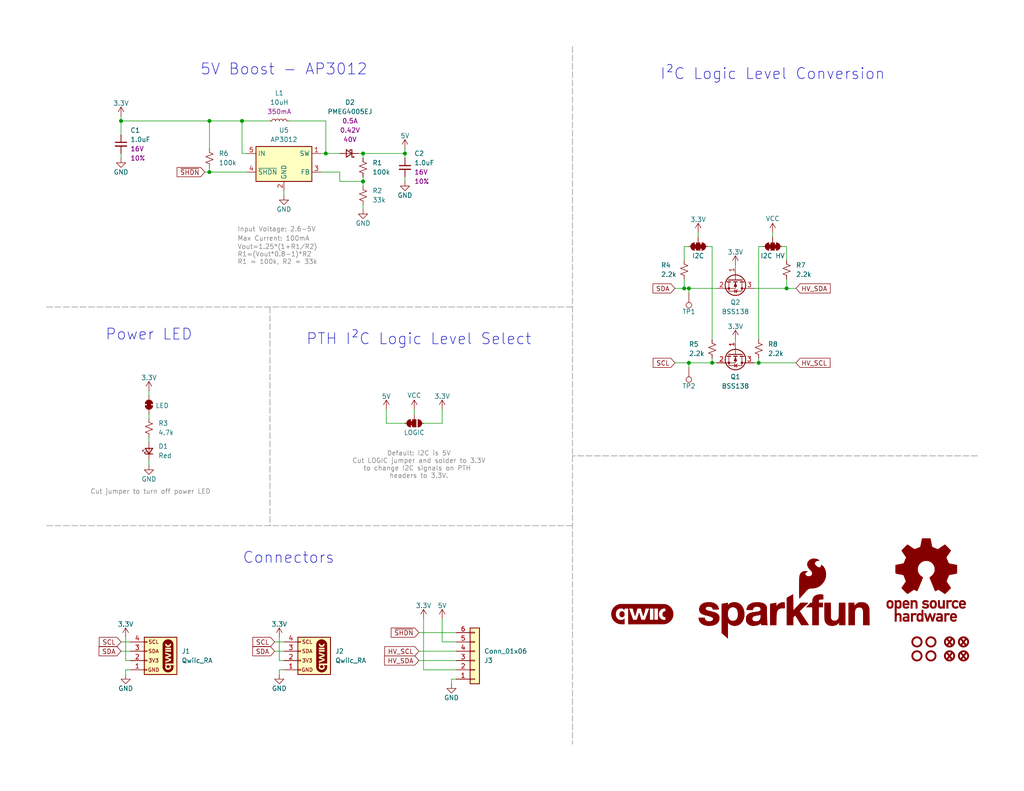
<source format=kicad_sch>
(kicad_sch (version 20231120) (generator "eeschema") (generator_version "8.0")
  (paper "USLetter")
  (title_block (title "SparkFun Qwiic 5V Boost AP3012K") (date "2025-02-27") (rev "v10") (comment 1 "SparkX Qwiic Boost by N. Seidle") (comment 2 "Based off the Indoor Air Quality Combo and the") (comment 3 "Designed by: P. Lewis"))
  (lib_symbols
    (symbol "SparkFun-Aesthetic:Fiducial_0.5mm"
      (symbol "Fiducial_0.5mm_1_1"
        (text "x" (at 0 0.254 0) (effects (font (size 2.5 2.5) (bold yes))))
      )
    )
    (symbol "SparkFun-Aesthetic:OSHW_Logo" (pin_names (offset 1.016)) (in_bom no))
    (symbol "SparkFun-Aesthetic:SparkFun_Logo" (pin_names (offset 1.016)) (on_board no))
    (symbol "SparkFun-Aesthetic:qwiic_Logo" (pin_names (offset 1.016)) (on_board no))
    (symbol "SparkFun-Capacitor:1.0uF_0603_16V_10%" (pin_numbers hide) (pin_names (offset 0.254))
      (property "Reference" "C" (at 0.635 2.54 0))
      (property "Value" "1.0uF" (at 0.635 -2.54 0))
      (property "Voltage" "16V" (at 0 -6.35 0))
      (property "Tolerance" "10%" (at 0 -8.89 0))
      (symbol "1.0uF_0603_16V_10%_1_1"
        (pin passive line (at 0 2.54 270) (length 2.032) (name "~") (number "1"))
        (pin passive line (at 0 -2.54 90) (length 2.032) (name "~") (number "2"))
      )
    )
    (symbol "SparkFun-Coil:10uH_0805_0.35A" (pin_numbers hide) (pin_names (offset 1.016) hide)
      (property "Reference" "L" (at 0 2.54 0))
      (property "Value" "10uH" (at 0 -1.27 0))
      (property "Current" "350mA" (at 0 -3.81 0))
      (symbol "10uH_0805_0.35A_1_1"
        (pin passive line (at -2.54 0 0) (length 0.508) (name "~") (number "1"))
        (pin passive line (at 2.54 0 180) (length 0.508) (name "~") (number "2"))
      )
    )
    (symbol "SparkFun-Connector:Conn_01x06" (pin_names (offset 1.016) hide)
      (property "Reference" "J" (at 0 7.62 0))
      (property "Value" "Conn_01x06" (at 0 -10.16 0))
      (symbol "Conn_01x06_1_1"
        (pin passive line (at -5.08 5.08 0) (length 3.81) (name "Pin_1") (number "1"))
        (pin passive line (at -5.08 2.54 0) (length 3.81) (name "Pin_2") (number "2"))
        (pin passive line (at -5.08 0 0) (length 3.81) (name "Pin_3") (number "3"))
        (pin passive line (at -5.08 -2.54 0) (length 3.81) (name "Pin_4") (number "4"))
        (pin passive line (at -5.08 -5.08 0) (length 3.81) (name "Pin_5") (number "5"))
        (pin passive line (at -5.08 -7.62 0) (length 3.81) (name "Pin_6") (number "6"))
      )
    )
    (symbol "SparkFun-Connector:Qwiic_Right_Angle" (pin_names (offset 1.016) hide)
      (property "Reference" "J" (at 0 5.08 0))
      (property "Value" "Qwiic_RA" (at 0 -7.62 0))
      (symbol "Qwiic_Right_Angle_1_1"
        (text "3V3" (at 1.27 -2.54 0) (effects (font (size 1 1))))
        (text "GND" (at 1.27 -5.08 0) (effects (font (size 1 1))))
        (text "SCL" (at 1.27 2.54 0) (effects (font (size 1 1))))
        (text "SDA" (at 1.27 0 0) (effects (font (size 1 1))))
        (pin passive line (at -5.08 -5.08 0) (length 3.81) (name "Pin_1") (number "1"))
        (pin passive line (at -5.08 -2.54 0) (length 3.81) (name "Pin_2") (number "2"))
        (pin passive line (at -5.08 0 0) (length 3.81) (name "Pin_3") (number "3"))
        (pin passive line (at -5.08 2.54 0) (length 3.81) (name "Pin_4") (number "4"))
        (pin no_connect line (at 5.08 3.81 270) (length 2.54) hide (name "NC") (number "NC1"))
        (pin no_connect line (at 6.35 3.81 270) (length 2.54) hide (name "NC") (number "NC2"))
      )
    )
    (symbol "SparkFun-Connector:TestPoint_1.0mm" (pin_numbers hide) (pin_names (offset 0.762) hide)
      (property "Reference" "TP" (at 0 5.08 0))
      (symbol "TestPoint_1.0mm_1_1"
        (pin passive line (at 0 0 90) (length 2.54) (name "1") (number "1"))
      )
    )
    (symbol "SparkFun-DiscreteSemi:D_Schottky_0.5A_40V_0.42V" (pin_numbers hide) (pin_names (offset 1.016) hide)
      (property "Reference" "D" (at 0 2.54 0))
      (property "Value" "PMEG4005EJ" (at 0 -2.54 0))
      (property "IMax" "0.5A" (at 0 -5.08 0))
      (property "VDrop" "0.42V" (at 0 -10.16 0))
      (property "VMax" "40V" (at 0 -7.62 0))
      (symbol "D_Schottky_0.5A_40V_0.42V_1_1"
        (pin passive line (at -2.54 0 0) (length 1.778) (name "K") (number "1"))
        (pin passive line (at 2.54 0 180) (length 1.778) (name "A") (number "2"))
      )
    )
    (symbol "SparkFun-DiscreteSemi:Q_NMOS_0.2A_50V" (pin_names (offset 0) hide)
      (property "Reference" "Q" (at 5.08 1.27 0))
      (property "Value" "BSS138" (at 5.08 -1.27 0))
      (property "IMax" "0.2A" (at 7.62 -3.81 0))
      (property "VMax" "50V" (at 7.62 -6.35 0))
      (symbol "Q_NMOS_0.2A_50V_1_1"
        (pin input line (at -2.54 0 0) (length 0) (name "G") (number "1"))
        (pin passive line (at 2.54 -5.08 90) (length 2.54) (name "S") (number "2"))
        (pin passive line (at 2.54 5.08 270) (length 2.54) (name "D") (number "3"))
      )
    )
    (symbol "SparkFun-Hardware:Standoff")
    (symbol "SparkFun-IC-Power:AP3012"
      (property "Reference" "U" (at -7.62 5.715 0))
      (property "Value" "AP3012" (at 0 5.715 0))
      (symbol "AP3012_1_1"
        (pin passive line (at 10.16 2.54 180) (length 2.54) (name "SW") (number "1"))
        (pin power_in line (at 0 -7.62 90) (length 2.54) (name "GND") (number "2"))
        (pin input line (at 10.16 -2.54 180) (length 2.54) (name "FB") (number "3"))
        (pin input line (at -10.16 -2.54 0) (length 2.54) (name "~{SHDN}") (number "4"))
        (pin power_in line (at -10.16 2.54 0) (length 2.54) (name "IN") (number "5"))
      )
    )
    (symbol "SparkFun-Jumper:SolderJumper_2_Bridged" (pin_numbers hide) (pin_names (offset 0) hide)
      (property "Reference" "JP" (at 0 2.032 0))
      (property "Value" "~" (at 0 -2.54 0))
      (symbol "SolderJumper_2_Bridged_1_1"
        (pin passive line (at -2.54 0 0) (length 1.27) (name "A") (number "1"))
        (pin passive line (at 2.54 0 180) (length 1.27) (name "B") (number "2"))
      )
    )
    (symbol "SparkFun-Jumper:SolderJumper_3_Bridged12" (pin_numbers hide) (pin_names (offset 0) hide)
      (property "Reference" "JP" (at 0 2.54 0))
      (property "Value" "~" (at 3.81 1.27 0))
      (symbol "SolderJumper_3_Bridged12_1_1"
        (pin passive line (at -2.54 0 0) (length 1.27) (name "A") (number "1"))
        (pin passive line (at 0 -2.54 90) (length 1.27) (name "B") (number "2"))
        (pin passive line (at 2.54 0 180) (length 1.27) (name "C") (number "3"))
      )
    )
    (symbol "SparkFun-Jumper:SolderJumper_3_Bridged123" (pin_numbers hide) (pin_names (offset 0) hide)
      (property "Reference" "JP" (at 0 2.54 0))
      (property "Value" "~" (at 3.81 1.27 0))
      (symbol "SolderJumper_3_Bridged123_1_1"
        (pin passive line (at -2.54 0 0) (length 1.27) (name "A") (number "1"))
        (pin passive line (at 0 -2.54 90) (length 1.27) (name "B") (number "2"))
        (pin passive line (at 2.54 0 180) (length 1.27) (name "C") (number "3"))
      )
    )
    (symbol "SparkFun-LED:LED_Red_0603" (pin_numbers hide) (pin_names (offset 1.016) hide)
      (property "Reference" "D" (at 0 2.54 0))
      (property "Value" "Red" (at 0 -2.54 0))
      (symbol "LED_Red_0603_1_1"
        (pin passive line (at -2.54 0 0) (length 1.778) (name "K") (number "1"))
        (pin passive line (at 2.54 0 180) (length 1.778) (name "A") (number "2"))
      )
    )
    (symbol "SparkFun-PowerSymbol:3.3V" (power) (pin_names (offset 0))
      (property "Value" "3.3V" (at 0 3.81 0))
      (symbol "3.3V_1_1"
        (pin power_in line (at 0 0 90) (length 0) hide (name "3.3V") (number "1"))
      )
    )
    (symbol "SparkFun-PowerSymbol:5V" (power) (pin_names (offset 0))
      (property "Value" "5V" (at 0 3.81 0))
      (symbol "5V_1_1"
        (pin power_in line (at 0 0 90) (length 0) hide (name "5V") (number "1"))
      )
    )
    (symbol "SparkFun-PowerSymbol:GND" (power) (pin_names (offset 0))
      (property "Value" "GND" (at 0 -3.81 0))
      (symbol "GND_1_1"
        (pin power_in line (at 0 0 270) (length 0) hide (name "GND") (number "1"))
      )
    )
    (symbol "SparkFun-PowerSymbol:VCC" (power) (pin_names (offset 0))
      (property "Value" "VCC" (at 0 3.81 0))
      (symbol "VCC_1_1"
        (pin power_in line (at 0 0 90) (length 0) hide (name "VCC") (number "1"))
      )
    )
    (symbol "SparkFun-Resistor:100k_0603" (pin_numbers hide) (pin_names (offset 0))
      (property "Reference" "R" (at 0 -2.54 0))
      (property "Value" "100k" (at 0 2.54 0))
      (symbol "100k_0603_1_1"
        (pin passive line (at -2.54 0 0) (length 1.016) (name "~") (number "1"))
        (pin passive line (at 2.54 0 180) (length 1.016) (name "~") (number "2"))
      )
    )
    (symbol "SparkFun-Resistor:2.2k_0603" (pin_numbers hide) (pin_names (offset 0))
      (property "Reference" "R" (at 0 -2.54 0))
      (property "Value" "2.2k" (at 0 2.54 0))
      (symbol "2.2k_0603_1_1"
        (pin passive line (at -2.54 0 0) (length 1.016) (name "~") (number "1"))
        (pin passive line (at 2.54 0 180) (length 1.016) (name "~") (number "2"))
      )
    )
    (symbol "SparkFun-Resistor:33k_0603" (pin_numbers hide) (pin_names (offset 0))
      (property "Reference" "R" (at 0 -2.54 0))
      (property "Value" "33k" (at 0 2.54 0))
      (symbol "33k_0603_1_1"
        (pin passive line (at -2.54 0 0) (length 1.016) (name "~") (number "1"))
        (pin passive line (at 2.54 0 180) (length 1.016) (name "~") (number "2"))
      )
    )
    (symbol "SparkFun-Resistor:4.7k_0603" (pin_numbers hide) (pin_names (offset 0))
      (property "Reference" "R" (at 0 -2.54 0))
      (property "Value" "4.7k" (at 0 2.54 0))
      (symbol "4.7k_0603_1_1"
        (pin passive line (at -2.54 0 0) (length 1.016) (name "~") (number "1"))
        (pin passive line (at 2.54 0 180) (length 1.016) (name "~") (number "2"))
      )
    )
  )
  (junction (at 99.06 49.53))
  (junction (at 99.06 41.91))
  (junction (at 187.96 99.06))
  (junction (at 33.02 33.02))
  (junction (at 57.15 46.99))
  (junction (at 66.04 33.02))
  (junction (at 57.15 33.02))
  (junction (at 88.9 41.91))
  (junction (at 214.63 78.74))
  (junction (at 207.01 99.06))
  (junction (at 194.31 99.06))
  (junction (at 187.96 78.74))
  (junction (at 186.69 78.74))
  (junction (at 110.49 41.91))
  (wire (pts (xy 214.63 76.2) (xy 214.63 78.74)))
  (wire (pts (xy 190.5 63.5) (xy 190.5 64.77)))
  (wire (pts (xy 193.04 67.31) (xy 194.31 67.31)))
  (wire (pts (xy 57.15 33.02) (xy 66.04 33.02)))
  (wire (pts (xy 77.47 180.34) (xy 76.2 180.34)))
  (wire (pts (xy 187.96 99.06) (xy 187.96 100.33)))
  (wire (pts (xy 57.15 46.99) (xy 67.31 46.99)))
  (wire (pts (xy 114.3 180.34) (xy 124.46 180.34)))
  (wire (pts (xy 33.02 31.75) (xy 33.02 33.02)))
  (wire (pts (xy 210.82 63.5) (xy 210.82 64.77)))
  (wire (pts (xy 76.2 173.99) (xy 76.2 180.34)))
  (wire (pts (xy 35.56 182.88) (xy 34.29 182.88)))
  (wire (pts (xy 187.96 78.74) (xy 187.96 80.01)))
  (wire (pts (xy 120.65 168.91) (xy 120.65 175.26)))
  (wire (pts (xy 87.63 46.99) (xy 92.71 46.99)))
  (wire (pts (xy 88.9 33.02) (xy 88.9 41.91)))
  (wire (pts (xy 88.9 41.91) (xy 92.71 41.91)))
  (wire (pts (xy 186.69 67.31) (xy 187.96 67.31)))
  (wire (pts (xy 213.36 67.31) (xy 214.63 67.31)))
  (wire (pts (xy 186.69 78.74) (xy 187.96 78.74)))
  (wire (pts (xy 184.15 78.74) (xy 186.69 78.74)))
  (wire (pts (xy 110.49 115.57) (xy 105.41 115.57)))
  (wire (pts (xy 57.15 33.02) (xy 57.15 40.64)))
  (wire (pts (xy 205.74 99.06) (xy 207.01 99.06)))
  (wire (pts (xy 207.01 67.31) (xy 208.28 67.31)))
  (wire (pts (xy 33.02 33.02) (xy 57.15 33.02)))
  (wire (pts (xy 99.06 55.88) (xy 99.06 57.15)))
  (wire (pts (xy 40.64 119.38) (xy 40.64 120.65)))
  (wire (pts (xy 194.31 67.31) (xy 194.31 92.71)))
  (wire (pts (xy 114.3 177.8) (xy 124.46 177.8)))
  (wire (pts (xy 115.57 115.57) (xy 120.65 115.57)))
  (wire (pts (xy 214.63 67.31) (xy 214.63 71.12)))
  (wire (pts (xy 99.06 41.91) (xy 99.06 43.18)))
  (wire (pts (xy 66.04 33.02) (xy 66.04 41.91)))
  (wire (pts (xy 74.93 175.26) (xy 77.47 175.26)))
  (wire (pts (xy 99.06 49.53) (xy 99.06 50.8)))
  (wire (pts (xy 33.02 177.8) (xy 35.56 177.8)))
  (polyline (pts (xy 266.7 124.46) (xy 156.21 124.46)) (stroke (width 0) (type dash) (color 132 132 132 1)))
  (wire (pts (xy 35.56 180.34) (xy 34.29 180.34)))
  (wire (pts (xy 110.49 48.26) (xy 110.49 49.53)))
  (wire (pts (xy 110.49 40.64) (xy 110.49 41.91)))
  (wire (pts (xy 214.63 78.74) (xy 217.17 78.74)))
  (wire (pts (xy 186.69 76.2) (xy 186.69 78.74)))
  (wire (pts (xy 124.46 185.42) (xy 123.19 185.42)))
  (wire (pts (xy 78.74 33.02) (xy 88.9 33.02)))
  (wire (pts (xy 113.03 111.76) (xy 113.03 113.03)))
  (wire (pts (xy 123.19 185.42) (xy 123.19 186.69)))
  (wire (pts (xy 92.71 46.99) (xy 92.71 49.53)))
  (wire (pts (xy 40.64 125.73) (xy 40.64 127)))
  (wire (pts (xy 66.04 33.02) (xy 73.66 33.02)))
  (wire (pts (xy 74.93 177.8) (xy 77.47 177.8)))
  (wire (pts (xy 194.31 99.06) (xy 195.58 99.06)))
  (wire (pts (xy 187.96 78.74) (xy 195.58 78.74)))
  (wire (pts (xy 124.46 182.88) (xy 115.57 182.88)))
  (wire (pts (xy 76.2 182.88) (xy 76.2 184.15)))
  (wire (pts (xy 124.46 175.26) (xy 120.65 175.26)))
  (polyline (pts (xy 156.21 12.7) (xy 156.21 124.46)) (stroke (width 0) (type dash) (color 132 132 132 1)))
  (wire (pts (xy 40.64 114.3) (xy 40.64 113.03)))
  (wire (pts (xy 115.57 168.91) (xy 115.57 182.88)))
  (wire (pts (xy 205.74 78.74) (xy 214.63 78.74)))
  (wire (pts (xy 207.01 99.06) (xy 217.17 99.06)))
  (wire (pts (xy 114.3 172.72) (xy 124.46 172.72)))
  (wire (pts (xy 207.01 97.79) (xy 207.01 99.06)))
  (wire (pts (xy 57.15 45.72) (xy 57.15 46.99)))
  (polyline (pts (xy 12.7 143.51) (xy 156.21 143.51)) (stroke (width 0) (type dash) (color 132 132 132 1)))
  (wire (pts (xy 110.49 43.18) (xy 110.49 41.91)))
  (wire (pts (xy 207.01 92.71) (xy 207.01 67.31)))
  (wire (pts (xy 99.06 48.26) (xy 99.06 49.53)))
  (wire (pts (xy 200.66 92.71) (xy 200.66 93.98)))
  (wire (pts (xy 67.31 41.91) (xy 66.04 41.91)))
  (wire (pts (xy 97.79 41.91) (xy 99.06 41.91)))
  (wire (pts (xy 77.47 182.88) (xy 76.2 182.88)))
  (wire (pts (xy 187.96 99.06) (xy 194.31 99.06)))
  (wire (pts (xy 33.02 33.02) (xy 33.02 36.83)))
  (wire (pts (xy 184.15 99.06) (xy 187.96 99.06)))
  (wire (pts (xy 33.02 41.91) (xy 33.02 43.18)))
  (wire (pts (xy 55.88 46.99) (xy 57.15 46.99)))
  (wire (pts (xy 77.47 53.34) (xy 77.47 52.07)))
  (wire (pts (xy 40.64 106.68) (xy 40.64 107.95)))
  (wire (pts (xy 33.02 175.26) (xy 35.56 175.26)))
  (polyline (pts (xy 73.66 83.82) (xy 73.66 143.51)) (stroke (width 0) (type dash) (color 132 132 132 1)))
  (wire (pts (xy 99.06 41.91) (xy 110.49 41.91)))
  (polyline (pts (xy 156.21 124.46) (xy 156.21 203.2)) (stroke (width 0) (type dash) (color 132 132 132 1)))
  (wire (pts (xy 200.66 72.39) (xy 200.66 73.66)))
  (wire (pts (xy 34.29 173.99) (xy 34.29 180.34)))
  (wire (pts (xy 34.29 182.88) (xy 34.29 184.15)))
  (wire (pts (xy 120.65 115.57) (xy 120.65 111.76)))
  (wire (pts (xy 92.71 49.53) (xy 99.06 49.53)))
  (wire (pts (xy 105.41 115.57) (xy 105.41 111.76)))
  (wire (pts (xy 88.9 41.91) (xy 87.63 41.91)))
  (wire (pts (xy 186.69 71.12) (xy 186.69 67.31)))
  (polyline (pts (xy 12.7 83.82) (xy 156.21 83.82)) (stroke (width 0) (type dash) (color 132 132 132 1)))
  (wire (pts (xy 194.31 97.79) (xy 194.31 99.06)))
  (text "Input Voltage: 2.6-5V" (at 64.77 63.5 0) (effects (font (size 1.27 1.27)) (justify left bottom)))
  (text "Vout=1.25*(1+R1/R2)\nR1=(Vout*0.8-1)*R2\nR1 = 100k, R2 = 33k" (at 64.77 72.39 0) (effects (font (size 1.27 1.27)) (justify left bottom)))
  (text "Default: I2C is 5V\nCut LOGIC jumper and solder to 3.3V\nto change I2C signals on PTH \nheaders to 3.3V." (at 114.3 127 0) (effects (font (size 1.27 1.27))))
  (text "I²C Logic Level Conversion" (at 210.82 20.32 0) (effects (font (size 3 3))))
  (text "Max Current: 100mA" (at 64.77 66.04 0) (effects (font (size 1.27 1.27)) (justify left bottom)))
  (text "Cut jumper to turn off power LED" (at 24.638 135.128 0) (effects (font (size 1.27 1.27)) (justify left bottom)))
  (text "Power LED" (at 40.64 91.44 0) (effects (font (size 3 3))))
  (text "Connectors" (at 78.74 152.4 0) (effects (font (size 3 3))))
  (text "PTH I²C Logic Level Select" (at 114.3 92.71 0) (effects (font (size 3 3))))
  (text "5V Boost - AP3012" (at 77.47 19.05 0) (effects (font (size 3 3))))
  (global_label "HV_SDA" (shape input) (at 114.3 180.34 180) (property "Intersheetrefs" "${INTERSHEET_REFS}" (effects (hide yes))))
  (global_label "HV_SCL" (shape input) (at 217.17 99.06 0) (property "Intersheetrefs" "${INTERSHEET_REFS}" (effects (hide yes))))
  (global_label "HV_SCL" (shape input) (at 114.3 177.8 180) (property "Intersheetrefs" "${INTERSHEET_REFS}" (effects (hide yes))))
  (global_label "SDA" (shape input) (at 74.93 177.8 180) (property "Intersheetrefs" "${INTERSHEET_REFS}" (effects (hide yes))))
  (global_label "HV_SDA" (shape input) (at 217.17 78.74 0) (property "Intersheetrefs" "${INTERSHEET_REFS}" (effects (hide yes))))
  (global_label "SDA" (shape input) (at 184.15 78.74 180) (property "Intersheetrefs" "${INTERSHEET_REFS}" (effects (hide yes))))
  (global_label "SCL" (shape input) (at 33.02 175.26 180) (property "Intersheetrefs" "${INTERSHEET_REFS}" (effects (hide yes))))
  (global_label "SCL" (shape input) (at 74.93 175.26 180) (property "Intersheetrefs" "${INTERSHEET_REFS}" (effects (hide yes))))
  (global_label "SDA" (shape input) (at 33.02 177.8 180) (property "Intersheetrefs" "${INTERSHEET_REFS}" (effects (hide yes))))
  (global_label "~{SHDN}" (shape input) (at 114.3 172.72 180) (property "Intersheetrefs" "${INTERSHEET_REFS}" (effects (hide yes))))
  (global_label "~{SHDN}" (shape input) (at 55.88 46.99 180) (property "Intersheetrefs" "${INTERSHEET_REFS}" (effects (hide yes))))
  (global_label "SCL" (shape input) (at 184.15 99.06 180) (property "Intersheetrefs" "${INTERSHEET_REFS}" (effects (hide yes))))
  (symbol (lib_id "SparkFun-Hardware:Standoff") (at 250.19 179.07 0) (unit 1)
    (property "Reference" "ST4" (effects (hide yes)))
    (property "Value" "Standoff" (effects (hide yes)))
    (property "Footprint" "SparkFun-Hardware:Standoff" (effects (hide yes)))
    (property "Description" "Drill holes for mechanically mounting via screws, standoffs, etc." (effects (hide yes)))
  )
  (symbol (lib_id "SparkFun-Resistor:2.2k_0603") (at 186.69 73.66 90) (unit 1)
    (property "Reference" "R4" (at 180.34 72.39 90) (effects (justify right)))
    (property "Value" "2.2k" (at 180.34 74.93 90) (effects (justify right)))
    (property "Footprint" "SparkFun-Resistor:R_0603_1608Metric" (effects (hide yes)))
    (property "Datasheet" "https://www.vishay.com/docs/20035/dcrcwe3.pdf" (effects (hide yes)))
    (property "Description" "Resistor" (effects (hide yes)))
    (property "PROD_ID" "RES-08272" (effects (hide yes)))
  )
  (symbol (lib_id "SparkFun-Jumper:SolderJumper_3_Bridged12") (at 113.03 115.57 0) (mirror x) (unit 1)
    (property "Reference" "JP3" (effects (hide yes)))
    (property "Value" "LOGIC" (at 113.03 118.11 0))
    (property "Footprint" "SparkFun-Jumper:Jumper_3_NC-1_Trace" (effects (hide yes)))
    (property "Description" "3-pole Solder Jumper, pins 1+2 closed/bridged" (effects (hide yes)))
  )
  (symbol (lib_id "SparkFun-Connector:TestPoint_1.0mm") (at 187.96 80.01 180) (unit 1)
    (property "Reference" "TP1" (at 187.96 85.09 0))
    (property "Value" "1.0mm" (effects (hide yes)))
    (property "Footprint" "SparkFun-Connector:TestPoint-1.0mm" (effects (hide yes)))
    (property "Description" "Test Point" (effects (hide yes)))
  )
  (symbol (lib_id "SparkFun-PowerSymbol:GND") (at 77.47 53.34 0) (unit 1)
    (property "Reference" "#PWR0109" (effects (hide yes)))
    (property "Value" "GND" (at 77.47 57.15 0))
    (property "Description" "Power symbol creates a global label with name \"GND\" , ground" (effects (hide yes)))
  )
  (symbol (lib_id "SparkFun-Resistor:2.2k_0603") (at 214.63 73.66 270) (unit 1)
    (property "Reference" "R7" (at 217.17 72.3899 90) (effects (justify left)))
    (property "Value" "2.2k" (at 217.17 74.9299 90) (effects (justify left)))
    (property "Footprint" "SparkFun-Resistor:R_0603_1608Metric" (effects (hide yes)))
    (property "Datasheet" "https://www.vishay.com/docs/20035/dcrcwe3.pdf" (effects (hide yes)))
    (property "Description" "Resistor" (effects (hide yes)))
    (property "PROD_ID" "RES-08272" (effects (hide yes)))
  )
  (symbol (lib_id "SparkFun-PowerSymbol:5V") (at 105.41 111.76 0) (unit 1)
    (property "Reference" "#PWR07" (effects (hide yes)))
    (property "Value" "5V" (at 105.41 108.204 0))
    (property "Description" "Power symbol creates a global label with name \"5V\"" (effects (hide yes)))
  )
  (symbol (lib_id "SparkFun-Resistor:100k_0603") (at 99.06 45.72 90) (unit 1)
    (property "Reference" "R1" (at 101.6 44.4499 90) (effects (justify right)))
    (property "Value" "100k" (at 101.6 46.9899 90) (effects (justify right)))
    (property "Footprint" "SparkFun-Resistor:R_0603_1608Metric" (effects (hide yes)))
    (property "Datasheet" "https://www.vishay.com/docs/20035/dcrcwe3.pdf" (effects (hide yes)))
    (property "Description" "Resistor" (effects (hide yes)))
    (property "PROD_ID" "RES-07828" (effects (hide yes)))
  )
  (symbol (lib_id "SparkFun-Aesthetic:SparkFun_Logo") (at 213.36 167.64 0) (unit 1) (on_board no)
    (property "Reference" "G2" (effects (hide yes)))
    (property "Value" "SparkFun_Logo" (effects (hide yes)))
    (property "Footprint" "SparkFun-Aesthetic:SparkFun_Logo_8mm" (effects (hide yes)))
  )
  (symbol (lib_id "SparkFun-PowerSymbol:GND") (at 99.06 57.15 0) (unit 1)
    (property "Reference" "#PWR0101" (effects (hide yes)))
    (property "Value" "GND" (at 99.06 60.96 0))
    (property "Description" "Power symbol creates a global label with name \"GND\" , ground" (effects (hide yes)))
  )
  (symbol (lib_id "SparkFun-Aesthetic:Fiducial_0.5mm") (at 262.89 175.26 0) (unit 1)
    (property "Reference" "FID3" (effects (hide yes)))
    (property "Value" "Fiducial_0.5mm" (effects (hide yes)))
    (property "Footprint" "SparkFun-Aesthetic:Fiducial_0.5mm_Mask1mm" (effects (hide yes)))
    (property "Description" "Fiducial Marker" (effects (hide yes)))
  )
  (symbol (lib_id "SparkFun-DiscreteSemi:D_Schottky_0.5A_40V_0.42V") (at 95.25 41.91 180) (unit 1)
    (property "Reference" "D2" (at 95.504 27.94 0))
    (property "Value" "PMEG4005EJ" (at 95.504 30.48 0))
    (property "Footprint" "SparkFun-Semiconductor-Standard:SOD-323" (effects (hide yes)))
    (property "Datasheet" "https://assets.nexperia.com/documents/data-sheet/PMEG4005EJ.pdf" (effects (hide yes)))
    (property "Description" "Schottky diode" (effects (hide yes)))
    (property "PROD_ID" "DIO-10955" (effects (hide yes)))
    (property "IMax" "0.5A" (at 95.504 33.02 0))
    (property "VDrop" "0.42V" (at 95.504 35.56 0))
    (property "VMax" "40V" (at 95.504 38.1 0))
  )
  (symbol (lib_id "SparkFun-Aesthetic:Fiducial_0.5mm") (at 262.89 179.07 0) (unit 1)
    (property "Reference" "FID4" (effects (hide yes)))
    (property "Value" "Fiducial_0.5mm" (effects (hide yes)))
    (property "Footprint" "SparkFun-Aesthetic:Fiducial_0.5mm_Mask1mm" (effects (hide yes)))
    (property "Description" "Fiducial Marker" (effects (hide yes)))
  )
  (symbol (lib_id "SparkFun-Jumper:SolderJumper_3_Bridged123") (at 210.82 67.31 180) (unit 1)
    (property "Reference" "JP4" (effects (hide yes)))
    (property "Value" "I2C HV" (at 210.82 69.85 0))
    (property "Footprint" "SparkFun-Jumper:Jumper_3_NC-2_Trace" (effects (hide yes)))
    (property "Description" "Solder Jumper, 3-pole, pins 1+2+3 closed/bridged" (effects (hide yes)))
  )
  (symbol (lib_id "SparkFun-Capacitor:1.0uF_0603_16V_10%") (at 110.49 45.72 0) (unit 1)
    (property "Reference" "C2" (at 113.03 41.9162 0) (effects (justify left)))
    (property "Value" "1.0uF" (at 113.03 44.4562 0) (effects (justify left)))
    (property "Footprint" "SparkFun-Capacitor:C_0603_1608Metric" (effects (hide yes)))
    (property "Datasheet" "https://cdn.sparkfun.com/assets/8/a/4/a/5/Kemet_Capacitor_Datasheet.pdf" (effects (hide yes)))
    (property "Description" "Unpolarized capacitor" (effects (hide yes)))
    (property "PROD_ID" "CAP-13930" (effects (hide yes)))
    (property "Voltage" "16V" (at 113.03 46.9962 0) (effects (justify left)))
    (property "Tolerance" "10%" (at 113.03 49.5362 0) (effects (justify left)))
  )
  (symbol (lib_id "SparkFun-PowerSymbol:VCC") (at 113.03 111.76 0) (unit 1)
    (property "Reference" "#PWR05" (effects (hide yes)))
    (property "Value" "VCC" (at 113.03 107.95 0))
    (property "Description" "Power symbol creates a global label with name \"VCC\"" (effects (hide yes)))
  )
  (symbol (lib_id "SparkFun-PowerSymbol:GND") (at 123.19 186.69 0) (unit 1)
    (property "Reference" "#PWR0107" (effects (hide yes)))
    (property "Value" "GND" (at 123.19 190.5 0))
    (property "Description" "Power symbol creates a global label with name \"GND\" , ground" (effects (hide yes)))
  )
  (symbol (lib_id "SparkFun-Connector:Conn_01x06") (at 129.54 180.34 0) (mirror x) (unit 1)
    (property "Reference" "J3" (at 132.08 180.3401 0) (effects (justify left)))
    (property "Value" "Conn_01x06" (at 132.08 177.8001 0) (effects (justify left)))
    (property "Footprint" "SparkFun-Connector:1x06" (effects (hide yes)))
    (property "Description" "Basic 0.1\" PTH" (effects (hide yes)))
  )
  (symbol (lib_id "SparkFun-LED:LED_Red_0603") (at 40.64 123.19 90) (unit 1)
    (property "Reference" "D1" (at 43.18 121.8564 90) (effects (justify right)))
    (property "Value" "Red" (at 43.18 124.3964 90) (effects (justify right)))
    (property "Footprint" "SparkFun-LED:LED_0603_1608Metric_Red" (effects (hide yes)))
    (property "Datasheet" "https://docs.broadcom.com/docs/AV02-0551EN" (effects (hide yes)))
    (property "Description" "Light emitting diode" (effects (hide yes)))
    (property "PROD_ID" "DIO-17976" (effects (hide yes)))
  )
  (symbol (lib_id "SparkFun-Hardware:Standoff") (at 254 179.07 0) (unit 1)
    (property "Reference" "ST2" (effects (hide yes)))
    (property "Value" "Standoff" (effects (hide yes)))
    (property "Footprint" "SparkFun-Hardware:Standoff" (effects (hide yes)))
    (property "Description" "Drill holes for mechanically mounting via screws, standoffs, etc." (effects (hide yes)))
  )
  (symbol (lib_id "SparkFun-Resistor:2.2k_0603") (at 207.01 95.25 270) (unit 1)
    (property "Reference" "R8" (at 209.55 93.9799 90) (effects (justify left)))
    (property "Value" "2.2k" (at 209.55 96.5199 90) (effects (justify left)))
    (property "Footprint" "SparkFun-Resistor:R_0603_1608Metric" (effects (hide yes)))
    (property "Datasheet" "https://www.vishay.com/docs/20035/dcrcwe3.pdf" (effects (hide yes)))
    (property "Description" "Resistor" (effects (hide yes)))
    (property "PROD_ID" "RES-08272" (effects (hide yes)))
  )
  (symbol (lib_id "SparkFun-PowerSymbol:VCC") (at 210.82 63.5 0) (unit 1)
    (property "Reference" "#PWR02" (effects (hide yes)))
    (property "Value" "VCC" (at 210.82 59.69 0))
    (property "Description" "Power symbol creates a global label with name \"VCC\"" (effects (hide yes)))
  )
  (symbol (lib_id "SparkFun-IC-Power:AP3012") (at 77.47 44.45 0) (unit 1)
    (property "Reference" "U5" (at 77.47 35.56 0))
    (property "Value" "AP3012" (at 77.47 38.1 0))
    (property "Footprint" "SparkFun-Semiconductor-Standard:SOT23-5" (effects (hide yes)))
    (property "Datasheet" "https://www.diodes.com/assets/Datasheets/AP3012.pdf" (effects (hide yes)))
    (property "Description" "500mA, Adjustable Step-Up Voltage Regulator, 1.5MHz Frequency, SOT-23-5" (effects (hide yes)))
    (property "PROD_ID" "VREG-13911" (effects (hide yes)))
  )
  (symbol (lib_id "SparkFun-Jumper:SolderJumper_3_Bridged123") (at 190.5 67.31 180) (unit 1)
    (property "Reference" "JP2" (effects (hide yes)))
    (property "Value" "I2C" (at 190.5 69.85 0))
    (property "Footprint" "SparkFun-Jumper:Jumper_3_NC-2_Trace" (effects (hide yes)))
    (property "Description" "Solder Jumper, 3-pole, pins 1+2+3 closed/bridged" (effects (hide yes)))
  )
  (symbol (lib_id "SparkFun-Aesthetic:OSHW_Logo") (at 252.73 162.56 0) (unit 1) (in_bom no)
    (property "Reference" "G4" (effects (hide yes)))
    (property "Value" "OSHW_Logo" (effects (hide yes)))
    (property "Footprint" "SparkFun-Aesthetic:Creative_Commons_License" (effects (hide yes)))
  )
  (symbol (lib_id "SparkFun-Capacitor:1.0uF_0603_16V_10%") (at 33.02 39.37 0) (unit 1)
    (property "Reference" "C1" (at 35.56 35.5662 0) (effects (justify left)))
    (property "Value" "1.0uF" (at 35.56 38.1062 0) (effects (justify left)))
    (property "Footprint" "SparkFun-Capacitor:C_0603_1608Metric" (effects (hide yes)))
    (property "Datasheet" "https://cdn.sparkfun.com/assets/8/a/4/a/5/Kemet_Capacitor_Datasheet.pdf" (effects (hide yes)))
    (property "Description" "Unpolarized capacitor" (effects (hide yes)))
    (property "PROD_ID" "CAP-13930" (effects (hide yes)))
    (property "Voltage" "16V" (at 35.56 40.6462 0) (effects (justify left)))
    (property "Tolerance" "10%" (at 35.56 43.1862 0) (effects (justify left)))
  )
  (symbol (lib_id "SparkFun-Hardware:Standoff") (at 250.19 175.26 0) (unit 1)
    (property "Reference" "ST3" (effects (hide yes)))
    (property "Value" "Standoff" (effects (hide yes)))
    (property "Footprint" "SparkFun-Hardware:Standoff" (effects (hide yes)))
    (property "Description" "Drill holes for mechanically mounting via screws, standoffs, etc." (effects (hide yes)))
  )
  (symbol (lib_id "SparkFun-PowerSymbol:GND") (at 34.29 184.15 0) (unit 1)
    (property "Reference" "#PWR0123" (effects (hide yes)))
    (property "Value" "GND" (at 34.29 187.96 0))
    (property "Description" "Power symbol creates a global label with name \"GND\" , ground" (effects (hide yes)))
  )
  (symbol (lib_id "SparkFun-PowerSymbol:GND") (at 76.2 184.15 0) (unit 1)
    (property "Reference" "#PWR0105" (effects (hide yes)))
    (property "Value" "GND" (at 76.2 187.96 0))
    (property "Description" "Power symbol creates a global label with name \"GND\" , ground" (effects (hide yes)))
  )
  (symbol (lib_id "SparkFun-PowerSymbol:5V") (at 120.65 168.91 0) (unit 1)
    (property "Reference" "#PWR01" (effects (hide yes)))
    (property "Value" "5V" (at 120.65 165.354 0))
    (property "Description" "Power symbol creates a global label with name \"5V\"" (effects (hide yes)))
  )
  (symbol (lib_id "SparkFun-Hardware:Standoff") (at 254 175.26 0) (unit 1)
    (property "Reference" "ST1" (effects (hide yes)))
    (property "Value" "Standoff" (effects (hide yes)))
    (property "Footprint" "SparkFun-Hardware:Standoff" (effects (hide yes)))
    (property "Description" "Drill holes for mechanically mounting via screws, standoffs, etc." (effects (hide yes)))
  )
  (symbol (lib_id "SparkFun-PowerSymbol:3.3V") (at 40.64 106.68 0) (unit 1)
    (property "Reference" "#PWR010" (effects (hide yes)))
    (property "Value" "3.3V" (at 40.64 103.124 0))
    (property "Description" "Power symbol creates a global label with name \"3.3V\"" (effects (hide yes)))
  )
  (symbol (lib_id "SparkFun-PowerSymbol:3.3V") (at 33.02 31.75 0) (unit 1)
    (property "Reference" "#PWR0111" (effects (hide yes)))
    (property "Value" "3.3V" (at 33.02 28.194 0))
    (property "Description" "Power symbol creates a global label with name \"3.3V\"" (effects (hide yes)))
  )
  (symbol (lib_id "SparkFun-PowerSymbol:GND") (at 110.49 49.53 0) (unit 1)
    (property "Reference" "#PWR0102" (effects (hide yes)))
    (property "Value" "GND" (at 110.49 53.34 0))
    (property "Description" "Power symbol creates a global label with name \"GND\" , ground" (effects (hide yes)))
  )
  (symbol (lib_id "SparkFun-Resistor:4.7k_0603") (at 40.64 116.84 90) (unit 1)
    (property "Reference" "R3" (at 43.18 115.5699 90) (effects (justify right)))
    (property "Value" "4.7k" (at 43.18 118.1099 90) (effects (justify right)))
    (property "Footprint" "SparkFun-Resistor:R_0603_1608Metric" (effects (hide yes)))
    (property "Datasheet" "https://www.vishay.com/docs/20035/dcrcwe3.pdf" (effects (hide yes)))
    (property "Description" "Resistor" (effects (hide yes)))
    (property "PROD_ID" "RES-07857" (effects (hide yes)))
  )
  (symbol (lib_id "SparkFun-Resistor:33k_0603") (at 99.06 53.34 270) (unit 1)
    (property "Reference" "R2" (at 101.6 52.0699 90) (effects (justify left)))
    (property "Value" "33k" (at 101.6 54.6099 90) (effects (justify left)))
    (property "Footprint" "SparkFun-Resistor:R_0603_1608Metric" (effects (hide yes)))
    (property "Datasheet" "https://www.vishay.com/docs/20035/dcrcwe3.pdf" (effects (hide yes)))
    (property "Description" "Resistor" (effects (hide yes)))
    (property "PROD_ID" "RES-08416" (effects (hide yes)))
  )
  (symbol (lib_id "SparkFun-PowerSymbol:3.3V") (at 120.65 111.76 0) (unit 1)
    (property "Reference" "#PWR06" (effects (hide yes)))
    (property "Value" "3.3V" (at 120.65 108.204 0))
    (property "Description" "Power symbol creates a global label with name \"3.3V\"" (effects (hide yes)))
  )
  (symbol (lib_id "SparkFun-PowerSymbol:3.3V") (at 115.57 168.91 0) (unit 1)
    (property "Reference" "#PWR0106" (effects (hide yes)))
    (property "Value" "3.3V" (at 115.57 165.354 0))
    (property "Description" "Power symbol creates a global label with name \"3.3V\"" (effects (hide yes)))
  )
  (symbol (lib_id "SparkFun-Aesthetic:SparkFun_Logo") (at 213.36 167.64 0) (unit 1) (on_board no)
    (property "Reference" "G3" (effects (hide yes)))
    (property "Value" "SparkFun_Logo" (effects (hide yes)))
  )
  (symbol (lib_id "SparkFun-Aesthetic:Fiducial_0.5mm") (at 259.08 175.26 0) (unit 1)
    (property "Reference" "FID1" (effects (hide yes)))
    (property "Value" "Fiducial_0.5mm" (effects (hide yes)))
    (property "Footprint" "SparkFun-Aesthetic:Fiducial_0.5mm_Mask1mm" (effects (hide yes)))
    (property "Description" "Fiducial Marker" (effects (hide yes)))
  )
  (symbol (lib_id "SparkFun-Coil:10uH_0805_0.35A") (at 76.2 33.02 0) (unit 1)
    (property "Reference" "L1" (at 76.2 25.4 0))
    (property "Value" "10uH" (at 76.2 27.94 0))
    (property "Footprint" "SparkFun-Capacitor:C_0805_2012Metric" (effects (hide yes)))
    (property "Description" "Inductor" (effects (hide yes)))
    (property "PROD_ID" "NDUC-19198" (effects (hide yes)))
    (property "Current" "350mA" (at 76.2 30.48 0))
  )
  (symbol (lib_id "SparkFun-Connector:Qwiic_Right_Angle") (at 40.64 177.8 0) (unit 1)
    (property "Reference" "J1" (at 49.53 177.8 0) (effects (justify left)))
    (property "Value" "Qwiic_RA" (at 49.53 180.34 0) (effects (justify left)))
    (property "Footprint" "SparkFun-Connector:JST_SMD_1.0mm-4_Black" (effects (hide yes)))
    (property "Datasheet" "https://www.jst-mfg.com/product/pdf/eng/eSH.pdf" (effects (hide yes)))
    (property "Description" "4 pin JST 1mm polarized connector for I2C" (effects (hide yes)))
    (property "PROD_ID" "CONN-13694" (effects (hide yes)))
  )
  (symbol (lib_id "SparkFun-Jumper:SolderJumper_2_Bridged") (at 40.64 110.49 90) (unit 1)
    (property "Reference" "JP1" (effects (hide yes)))
    (property "Value" "LED" (at 42.418 110.744 90) (effects (justify right)))
    (property "Footprint" "SparkFun-Jumper:Jumper_2_NC_Trace" (effects (hide yes)))
    (property "Description" "Solder Jumper, 2-pole, closed/bridged" (effects (hide yes)))
  )
  (symbol (lib_id "SparkFun-PowerSymbol:3.3V") (at 76.2 173.99 0) (unit 1)
    (property "Reference" "#PWR0108" (effects (hide yes)))
    (property "Value" "3.3V" (at 76.2 170.434 0))
    (property "Description" "Power symbol creates a global label with name \"3.3V\"" (effects (hide yes)))
  )
  (symbol (lib_id "SparkFun-Aesthetic:qwiic_Logo") (at 175.26 167.64 0) (unit 1) (on_board no)
    (property "Reference" "G1" (effects (hide yes)))
    (property "Value" "qwiic_Logo" (effects (hide yes)))
  )
  (symbol (lib_id "SparkFun-PowerSymbol:3.3V") (at 200.66 72.39 0) (unit 1)
    (property "Reference" "#PWR03" (effects (hide yes)))
    (property "Value" "3.3V" (at 200.66 68.834 0))
    (property "Description" "Power symbol creates a global label with name \"3.3V\"" (effects (hide yes)))
  )
  (symbol (lib_id "SparkFun-PowerSymbol:3.3V") (at 190.5 63.5 0) (unit 1)
    (property "Reference" "#PWR0104" (effects (hide yes)))
    (property "Value" "3.3V" (at 190.5 59.944 0))
    (property "Description" "Power symbol creates a global label with name \"3.3V\"" (effects (hide yes)))
  )
  (symbol (lib_id "SparkFun-PowerSymbol:3.3V") (at 200.66 92.71 0) (unit 1)
    (property "Reference" "#PWR04" (effects (hide yes)))
    (property "Value" "3.3V" (at 200.66 89.154 0))
    (property "Description" "Power symbol creates a global label with name \"3.3V\"" (effects (hide yes)))
  )
  (symbol (lib_id "SparkFun-PowerSymbol:GND") (at 33.02 43.18 0) (unit 1)
    (property "Reference" "#PWR0110" (effects (hide yes)))
    (property "Value" "GND" (at 33.02 46.99 0))
    (property "Description" "Power symbol creates a global label with name \"GND\" , ground" (effects (hide yes)))
  )
  (symbol (lib_id "SparkFun-PowerSymbol:3.3V") (at 34.29 173.99 0) (unit 1)
    (property "Reference" "#PWR0124" (effects (hide yes)))
    (property "Value" "3.3V" (at 34.29 170.434 0))
    (property "Description" "Power symbol creates a global label with name \"3.3V\"" (effects (hide yes)))
  )
  (symbol (lib_id "SparkFun-PowerSymbol:GND") (at 40.64 127 0) (unit 1)
    (property "Reference" "#PWR0122" (effects (hide yes)))
    (property "Value" "GND" (at 40.64 130.81 0))
    (property "Description" "Power symbol creates a global label with name \"GND\" , ground" (effects (hide yes)))
  )
  (symbol (lib_id "SparkFun-DiscreteSemi:Q_NMOS_0.2A_50V") (at 200.66 76.2 270) (unit 1)
    (property "Reference" "Q2" (at 200.66 82.55 90))
    (property "Value" "BSS138" (at 200.66 85.09 90))
    (property "Footprint" "SparkFun-Semiconductor-Standard:SOT23-3" (effects (hide yes)))
    (property "Datasheet" "https://cdn.sparkfun.com/datasheets/BreakoutBoards/BSS138.pdf" (effects (hide yes)))
    (property "Description" "N-MOSFET transistor, drain/gate/source" (effects (hide yes)))
    (property "PROD_ID" "TRANS-00830" (effects (hide yes)))
    (property "IMax" "0.2A" (effects (hide yes)))
    (property "VMax" "50V" (effects (hide yes)))
  )
  (symbol (lib_id "SparkFun-Connector:Qwiic_Right_Angle") (at 82.55 177.8 0) (unit 1)
    (property "Reference" "J2" (at 91.44 177.8 0) (effects (justify left)))
    (property "Value" "Qwiic_RA" (at 91.44 180.34 0) (effects (justify left)))
    (property "Footprint" "SparkFun-Connector:JST_SMD_1.0mm-4_Black" (effects (hide yes)))
    (property "Datasheet" "https://www.jst-mfg.com/product/pdf/eng/eSH.pdf" (effects (hide yes)))
    (property "Description" "4 pin JST 1mm polarized connector for I2C" (effects (hide yes)))
    (property "PROD_ID" "CONN-13694" (effects (hide yes)))
  )
  (symbol (lib_id "SparkFun-Aesthetic:Fiducial_0.5mm") (at 259.08 179.07 0) (unit 1)
    (property "Reference" "FID2" (effects (hide yes)))
    (property "Value" "Fiducial_0.5mm" (effects (hide yes)))
    (property "Footprint" "SparkFun-Aesthetic:Fiducial_0.5mm_Mask1mm" (effects (hide yes)))
    (property "Description" "Fiducial Marker" (effects (hide yes)))
  )
  (symbol (lib_id "SparkFun-Resistor:2.2k_0603") (at 194.31 95.25 270) (unit 1)
    (property "Reference" "R5" (at 187.96 93.98 90) (effects (justify left)))
    (property "Value" "2.2k" (at 187.96 96.52 90) (effects (justify left)))
    (property "Footprint" "SparkFun-Resistor:R_0603_1608Metric" (effects (hide yes)))
    (property "Datasheet" "https://www.vishay.com/docs/20035/dcrcwe3.pdf" (effects (hide yes)))
    (property "Description" "Resistor" (effects (hide yes)))
    (property "PROD_ID" "RES-08272" (effects (hide yes)))
  )
  (symbol (lib_id "SparkFun-Resistor:100k_0603") (at 57.15 43.18 90) (unit 1)
    (property "Reference" "R6" (at 59.69 41.9099 90) (effects (justify right)))
    (property "Value" "100k" (at 59.69 44.4499 90) (effects (justify right)))
    (property "Footprint" "SparkFun-Resistor:R_0603_1608Metric" (effects (hide yes)))
    (property "Datasheet" "https://www.vishay.com/docs/20035/dcrcwe3.pdf" (effects (hide yes)))
    (property "Description" "Resistor" (effects (hide yes)))
    (property "PROD_ID" "RES-07828" (effects (hide yes)))
  )
  (symbol (lib_id "SparkFun-PowerSymbol:5V") (at 110.49 40.64 0) (unit 1)
    (property "Reference" "#PWR0103" (effects (hide yes)))
    (property "Value" "5V" (at 110.49 37.084 0))
    (property "Description" "Power symbol creates a global label with name \"5V\"" (effects (hide yes)))
  )
  (symbol (lib_id "SparkFun-DiscreteSemi:Q_NMOS_0.2A_50V") (at 200.66 96.52 270) (unit 1)
    (property "Reference" "Q1" (at 200.66 102.87 90))
    (property "Value" "BSS138" (at 200.66 105.41 90))
    (property "Footprint" "SparkFun-Semiconductor-Standard:SOT23-3" (effects (hide yes)))
    (property "Datasheet" "https://cdn.sparkfun.com/datasheets/BreakoutBoards/BSS138.pdf" (effects (hide yes)))
    (property "Description" "N-MOSFET transistor, drain/gate/source" (effects (hide yes)))
    (property "PROD_ID" "TRANS-00830" (effects (hide yes)))
    (property "IMax" "0.2A" (effects (hide yes)))
    (property "VMax" "50V" (effects (hide yes)))
  )
  (symbol (lib_id "SparkFun-Connector:TestPoint_1.0mm") (at 187.96 100.33 180) (unit 1)
    (property "Reference" "TP2" (at 187.96 105.41 0))
    (property "Value" "1.0mm" (effects (hide yes)))
    (property "Footprint" "SparkFun-Connector:TestPoint-1.0mm" (effects (hide yes)))
    (property "Description" "Test Point" (effects (hide yes)))
  )
)
</source>
